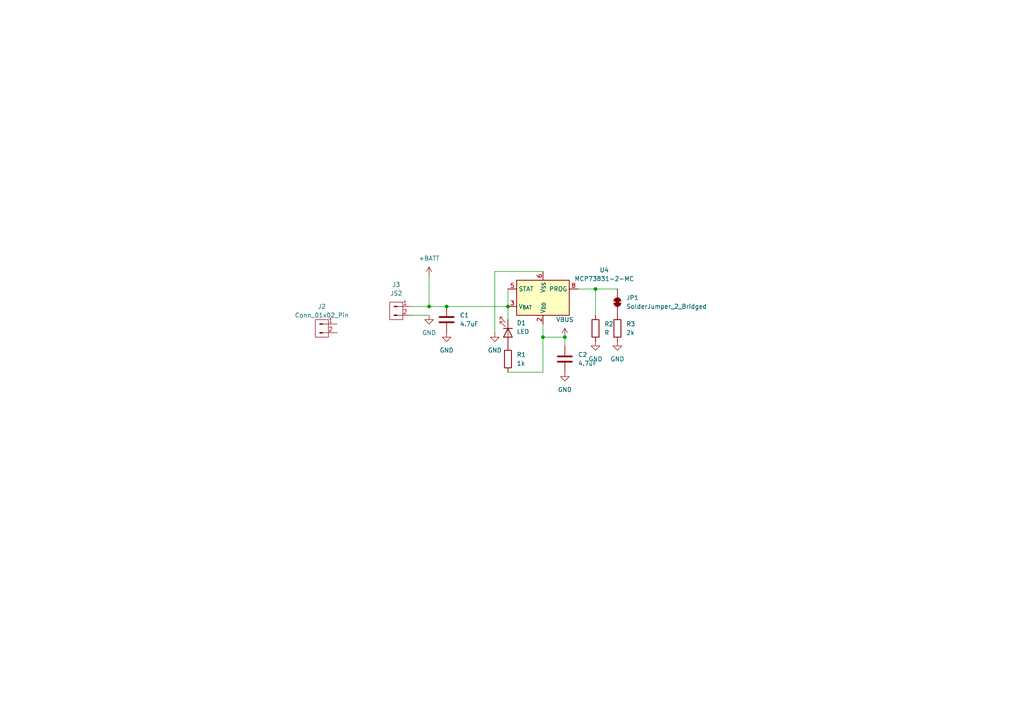
<source format=kicad_sch>
(kicad_sch (version 20231120) (generator "eeschema") (generator_version "8.0")
  (paper "A4")
  (lib_symbols
    (symbol "Battery_Management:MCP73831-2-MC"
      (property "Reference" "U" (at -7.62 6.35 0))
      (property "Value" "MCP73831-2-MC" (at 1.27 6.35 0))
      (symbol "MCP73831-2-MC_0_1"
        (rectangle (start -7.62 5.08) (end 7.62 -5.08) (stroke (width 0.254)) (fill (type background)))
      )
      (symbol "MCP73831-2-MC_1_1"
        (pin passive line (at 0 7.62 270) (length 2.54) hide (name "V_{DD}") (number "1"))
        (pin power_in line (at 0 7.62 270) (length 2.54) (name "V_{DD}") (number "2"))
        (pin power_out line (at 10.16 2.54 180) (length 2.54) (name "V_{BAT}") (number "3"))
        (pin passive line (at 10.16 2.54 180) (length 2.54) hide (name "V_{BAT}") (number "4"))
        (pin tri_state line (at 10.16 -2.54 180) (length 2.54) (name "STAT") (number "5"))
        (pin power_in line (at 0 -7.62 90) (length 2.54) (name "V_{SS}") (number "6"))
        (pin no_connect line (at -7.62 2.54 0) (length 2.54) hide (name "NC") (number "7"))
        (pin input line (at -10.16 -2.54 0) (length 2.54) (name "PROG") (number "8"))
      )
    )
    (symbol "Conn_01x02_Pin_1" (pin_names (offset 1.016) hide)
      (property "Reference" "J2" (at 0.635 5.08 0))
      (property "Value" "Conn_01x02_Pin" (at 0.635 2.54 0))
      (symbol "Conn_01x02_Pin_1_1_1"
        (rectangle (start -1.27 1.27) (end 2.54 -3.81))
        (polyline (pts (xy 1.27 -2.54) (xy 0.8636 -2.54)) (stroke (width 0.1524)))
        (polyline (pts (xy 1.27 0) (xy 0.8636 0)) (stroke (width 0.1524)))
        (rectangle (start 0.8636 -2.413) (end 0 -2.667) (stroke (width 0.1524)) (fill (type outline)))
        (rectangle (start 0.8636 0.127) (end 0 -0.127) (stroke (width 0.1524)) (fill (type outline)))
        (pin passive line (at 5.08 0 180) (length 3.81) (name "Pin_1") (number "1"))
        (pin passive line (at 5.08 -2.54 180) (length 3.81) (name "Pin_2") (number "2"))
      )
    )
    (symbol "Connector:Conn_01x02_Pin" (pin_names (offset 1.016) hide)
      (property "Reference" "J2" (at 0.635 5.08 0))
      (property "Value" "Conn_01x02_Pin" (at 0.635 2.54 0))
      (symbol "Conn_01x02_Pin_1_1"
        (rectangle (start -1.27 1.27) (end 2.54 -3.81))
        (polyline (pts (xy 1.27 -2.54) (xy 0.8636 -2.54)) (stroke (width 0.1524)))
        (polyline (pts (xy 1.27 0) (xy 0.8636 0)) (stroke (width 0.1524)))
        (rectangle (start 0.8636 -2.413) (end 0 -2.667) (stroke (width 0.1524)) (fill (type outline)))
        (rectangle (start 0.8636 0.127) (end 0 -0.127) (stroke (width 0.1524)) (fill (type outline)))
        (pin passive line (at 5.08 0 180) (length 3.81) (name "Pin_1") (number "1"))
        (pin passive line (at 5.08 -2.54 180) (length 3.81) (name "Pin_2") (number "2"))
      )
    )
    (symbol "Device:C" (pin_numbers hide) (pin_names (offset 0.254))
      (property "Reference" "C" (at 0.635 2.54 0))
      (property "Value" "C" (at 0.635 -2.54 0))
      (symbol "C_0_1"
        (polyline (pts (xy -2.032 -0.762) (xy 2.032 -0.762)) (stroke (width 0.508)))
        (polyline (pts (xy -2.032 0.762) (xy 2.032 0.762)) (stroke (width 0.508)))
      )
      (symbol "C_1_1"
        (pin passive line (at 0 3.81 270) (length 2.794) (name "~") (number "1"))
        (pin passive line (at 0 -3.81 90) (length 2.794) (name "~") (number "2"))
      )
    )
    (symbol "Device:LED" (pin_numbers hide) (pin_names (offset 1.016) hide)
      (property "Reference" "D" (at 0 2.54 0))
      (property "Value" "LED" (at 0 -2.54 0))
      (symbol "LED_0_1"
        (polyline (pts (xy -1.27 -1.27) (xy -1.27 1.27)) (stroke (width 0.254)))
        (polyline (pts (xy -1.27 0) (xy 1.27 0)))
        (polyline (pts (xy 1.27 -1.27) (xy 1.27 1.27) (xy -1.27 0) (xy 1.27 -1.27)) (stroke (width 0.254)))
        (polyline (pts (xy -3.048 -0.762) (xy -4.572 -2.286) (xy -3.81 -2.286) (xy -4.572 -2.286) (xy -4.572 -1.524)))
        (polyline (pts (xy -1.778 -0.762) (xy -3.302 -2.286) (xy -2.54 -2.286) (xy -3.302 -2.286) (xy -3.302 -1.524)))
      )
      (symbol "LED_1_1"
        (pin passive line (at -3.81 0 0) (length 2.54) (name "K") (number "1"))
        (pin passive line (at 3.81 0 180) (length 2.54) (name "A") (number "2"))
      )
    )
    (symbol "Device:R" (pin_numbers hide) (pin_names (offset 0))
      (property "Reference" "R" (at 2.032 0 90))
      (property "Value" "R" (at 0 0 90))
      (symbol "R_0_1"
        (rectangle (start -1.016 -2.54) (end 1.016 2.54) (stroke (width 0.254)))
      )
      (symbol "R_1_1"
        (pin passive line (at 0 3.81 270) (length 1.27) (name "~") (number "1"))
        (pin passive line (at 0 -3.81 90) (length 1.27) (name "~") (number "2"))
      )
    )
    (symbol "Jumper:SolderJumper_2_Bridged" (pin_numbers hide) (pin_names (offset 0) hide) (exclude_from_sim yes) (in_bom no)
      (property "Reference" "JP" (at 0 2.032 0))
      (property "Value" "SolderJumper_2_Bridged" (at 0 -2.54 0))
      (symbol "SolderJumper_2_Bridged_0_1"
        (rectangle (start -0.508 0.508) (end 0.508 -0.508) (fill (type outline)))
        (arc (start -0.254 1.016) (mid -1.2656 0) (end -0.254 -1.016))
        (arc (start -0.254 1.016) (mid -1.2656 0) (end -0.254 -1.016) (fill (type outline)))
        (polyline (pts (xy -0.254 1.016) (xy -0.254 -1.016)))
        (polyline (pts (xy 0.254 1.016) (xy 0.254 -1.016)))
        (arc (start 0.254 -1.016) (mid 1.2656 0) (end 0.254 1.016))
        (arc (start 0.254 -1.016) (mid 1.2656 0) (end 0.254 1.016) (fill (type outline)))
      )
      (symbol "SolderJumper_2_Bridged_1_1"
        (pin passive line (at -3.81 0 0) (length 2.54) (name "A") (number "1"))
        (pin passive line (at 3.81 0 180) (length 2.54) (name "B") (number "2"))
      )
    )
    (symbol "power:+BATT" (power) (pin_numbers hide) (pin_names (offset 0) hide)
      (property "Value" "+BATT" (at 0 3.556 0))
      (symbol "+BATT_0_1"
        (polyline (pts (xy -0.762 1.27) (xy 0 2.54)))
        (polyline (pts (xy 0 0) (xy 0 2.54)))
        (polyline (pts (xy 0 2.54) (xy 0.762 1.27)))
      )
      (symbol "+BATT_1_1"
        (pin power_in line (at 0 0 90) (length 0) (name "~") (number "1"))
      )
    )
    (symbol "power:GND" (power) (pin_numbers hide) (pin_names (offset 0) hide)
      (property "Value" "GND" (at 0 -3.81 0))
      (symbol "GND_0_1"
        (polyline (pts (xy 0 0) (xy 0 -1.27) (xy 1.27 -1.27) (xy 0 -2.54) (xy -1.27 -1.27) (xy 0 -1.27)))
      )
      (symbol "GND_1_1"
        (pin power_in line (at 0 0 270) (length 0) (name "~") (number "1"))
      )
    )
    (symbol "power:VBUS" (power) (pin_numbers hide) (pin_names (offset 0) hide)
      (property "Value" "VBUS" (at 0 3.556 0))
      (symbol "VBUS_0_1"
        (polyline (pts (xy -0.762 1.27) (xy 0 2.54)))
        (polyline (pts (xy 0 0) (xy 0 2.54)))
        (polyline (pts (xy 0 2.54) (xy 0.762 1.27)))
      )
      (symbol "VBUS_1_1"
        (pin power_in line (at 0 0 90) (length 0) (name "~") (number "1"))
      )
    )
  )
  (junction (at 129.54 88.9))
  (junction (at 163.83 97.79))
  (junction (at 157.48 97.79))
  (junction (at 124.46 88.9))
  (junction (at 147.32 88.9))
  (junction (at 172.72 83.82))
  (wire (pts (xy 157.48 107.95) (xy 157.48 97.79)))
  (wire (pts (xy 129.54 88.9) (xy 147.32 88.9)))
  (wire (pts (xy 157.48 93.98) (xy 157.48 97.79)))
  (wire (pts (xy 147.32 92.71) (xy 147.32 88.9)))
  (wire (pts (xy 179.07 83.82) (xy 172.72 83.82)))
  (wire (pts (xy 157.48 78.74) (xy 143.51 78.74)))
  (wire (pts (xy 119.38 91.44) (xy 124.46 91.44)))
  (wire (pts (xy 163.83 100.33) (xy 163.83 97.79)))
  (wire (pts (xy 157.48 97.79) (xy 163.83 97.79)))
  (wire (pts (xy 172.72 83.82) (xy 167.64 83.82)))
  (wire (pts (xy 124.46 88.9) (xy 129.54 88.9)))
  (wire (pts (xy 147.32 88.9) (xy 147.32 83.82)))
  (wire (pts (xy 143.51 78.74) (xy 143.51 96.52)))
  (wire (pts (xy 119.38 88.9) (xy 124.46 88.9)))
  (wire (pts (xy 124.46 80.01) (xy 124.46 88.9)))
  (wire (pts (xy 147.32 107.95) (xy 157.48 107.95)))
  (wire (pts (xy 172.72 91.44) (xy 172.72 83.82)))
  (symbol (lib_id "power:GND") (at 124.46 91.44 0) (unit 1)
    (property "Reference" "#PWR06" (effects (hide yes)))
    (property "Value" "GND" (at 124.46 96.52 0))
    (property "Description" "Power symbol creates a global label with name \"GND\" , ground" (effects (hide yes)))
  )
  (symbol (lib_id "Connector:Conn_01x02_Pin") (at 92.71 93.98 0) (unit 1)
    (property "Reference" "J2" (at 93.345 88.9 0))
    (property "Value" "Conn_01x02_Pin" (at 93.345 91.44 0))
    (property "Description" "Generic connector, single row, 01x02, script generated" (effects (hide yes)))
  )
  (symbol (lib_id "power:VBUS") (at 163.83 97.79 0) (unit 1)
    (property "Reference" "#PWR09" (effects (hide yes)))
    (property "Value" "VBUS" (at 163.83 92.71 0))
    (property "Description" "Power symbol creates a global label with name \"VBUS\"" (effects (hide yes)))
  )
  (symbol (lib_name "Conn_01x02_Pin_1") (lib_id "Connector:Conn_01x02_Pin") (at 114.3 88.9 0) (unit 1)
    (property "Reference" "J3" (at 114.935 82.55 0))
    (property "Value" "JS2" (at 114.935 85.09 0))
    (property "Description" "Generic connector, single row, 01x02, script generated" (effects (hide yes)))
  )
  (symbol (lib_id "power:GND") (at 179.07 99.06 0) (unit 1)
    (property "Reference" "#PWR012" (effects (hide yes)))
    (property "Value" "GND" (at 179.07 104.14 0))
    (property "Description" "Power symbol creates a global label with name \"GND\" , ground" (effects (hide yes)))
  )
  (symbol (lib_id "power:GND") (at 163.83 107.95 0) (unit 1)
    (property "Reference" "#PWR010" (effects (hide yes)))
    (property "Value" "GND" (at 163.83 113.03 0))
    (property "Description" "Power symbol creates a global label with name \"GND\" , ground" (effects (hide yes)))
  )
  (symbol (lib_id "power:+BATT") (at 124.46 80.01 0) (unit 1)
    (property "Reference" "#PWR05" (effects (hide yes)))
    (property "Value" "+BATT" (at 124.46 74.93 0))
    (property "Description" "Power symbol creates a global label with name \"+BATT\"" (effects (hide yes)))
  )
  (symbol (lib_id "power:GND") (at 143.51 96.52 0) (unit 1)
    (property "Reference" "#PWR08" (effects (hide yes)))
    (property "Value" "GND" (at 143.51 101.6 0))
    (property "Description" "Power symbol creates a global label with name \"GND\" , ground" (effects (hide yes)))
  )
  (symbol (lib_id "Device:R") (at 179.07 95.25 0) (unit 1)
    (property "Reference" "R3" (at 181.61 93.9799 0) (effects (justify left)))
    (property "Value" "2k" (at 181.61 96.5199 0) (effects (justify left)))
    (property "Description" "Resistor" (effects (hide yes)))
  )
  (symbol (lib_id "power:GND") (at 172.72 99.06 0) (unit 1)
    (property "Reference" "#PWR011" (effects (hide yes)))
    (property "Value" "GND" (at 172.72 104.14 0))
    (property "Description" "Power symbol creates a global label with name \"GND\" , ground" (effects (hide yes)))
  )
  (symbol (lib_id "Battery_Management:MCP73831-2-MC") (at 157.48 86.36 180) (unit 1)
    (property "Reference" "U4" (at 175.26 78.3238 0))
    (property "Value" "MCP73831-2-MC" (at 175.26 80.8638 0))
    (property "Footprint" "Package_DFN_QFN:DFN-8-1EP_3x2mm_P0.5mm_EP1.7x1.4mm" (effects (hide yes)))
    (property "Datasheet" "http://ww1.microchip.com/downloads/en/DeviceDoc/20001984g.pdf" (effects (hide yes)))
    (property "Description" "Single cell, Li-Ion/Li-Po charge management controller, 4.20V, Tri-State Status Output, in DFN-8 package" (effects (hide yes)))
  )
  (symbol (lib_id "Device:C") (at 163.83 104.14 0) (unit 1)
    (property "Reference" "C2" (at 167.64 102.8699 0) (effects (justify left)))
    (property "Value" "4.7uF" (at 167.64 105.4099 0) (effects (justify left)))
    (property "Description" "Unpolarized capacitor" (effects (hide yes)))
  )
  (symbol (lib_id "Jumper:SolderJumper_2_Bridged") (at 179.07 87.63 90) (unit 1) (exclude_from_sim yes) (in_bom no)
    (property "Reference" "JP1" (at 181.61 86.3599 90) (effects (justify right)))
    (property "Value" "SolderJumper_2_Bridged" (at 181.61 88.8999 90) (effects (justify right)))
    (property "Description" "Solder Jumper, 2-pole, closed/bridged" (effects (hide yes)))
  )
  (symbol (lib_id "Device:LED") (at 147.32 96.52 270) (unit 1)
    (property "Reference" "D1" (at 149.86 93.6624 90) (effects (justify left)))
    (property "Value" "LED" (at 149.86 96.2024 90) (effects (justify left)))
    (property "Description" "Light emitting diode" (effects (hide yes)))
  )
  (symbol (lib_id "Device:R") (at 147.32 104.14 0) (unit 1)
    (property "Reference" "R1" (at 149.86 102.8699 0) (effects (justify left)))
    (property "Value" "1k" (at 149.86 105.4099 0) (effects (justify left)))
    (property "Description" "Resistor" (effects (hide yes)))
  )
  (symbol (lib_id "Device:C") (at 129.54 92.71 0) (unit 1)
    (property "Reference" "C1" (at 133.35 91.4399 0) (effects (justify left)))
    (property "Value" "4.7uF" (at 133.35 93.9799 0) (effects (justify left)))
    (property "Description" "Unpolarized capacitor" (effects (hide yes)))
  )
  (symbol (lib_id "Device:R") (at 172.72 95.25 0) (unit 1)
    (property "Reference" "R2" (at 175.26 93.9799 0) (effects (justify left)))
    (property "Value" "R" (at 175.26 96.5199 0) (effects (justify left)))
    (property "Description" "Resistor" (effects (hide yes)))
  )
  (symbol (lib_id "power:GND") (at 129.54 96.52 0) (unit 1)
    (property "Reference" "#PWR07" (effects (hide yes)))
    (property "Value" "GND" (at 129.54 101.6 0))
    (property "Description" "Power symbol creates a global label with name \"GND\" , ground" (effects (hide yes)))
  )
)
</source>
